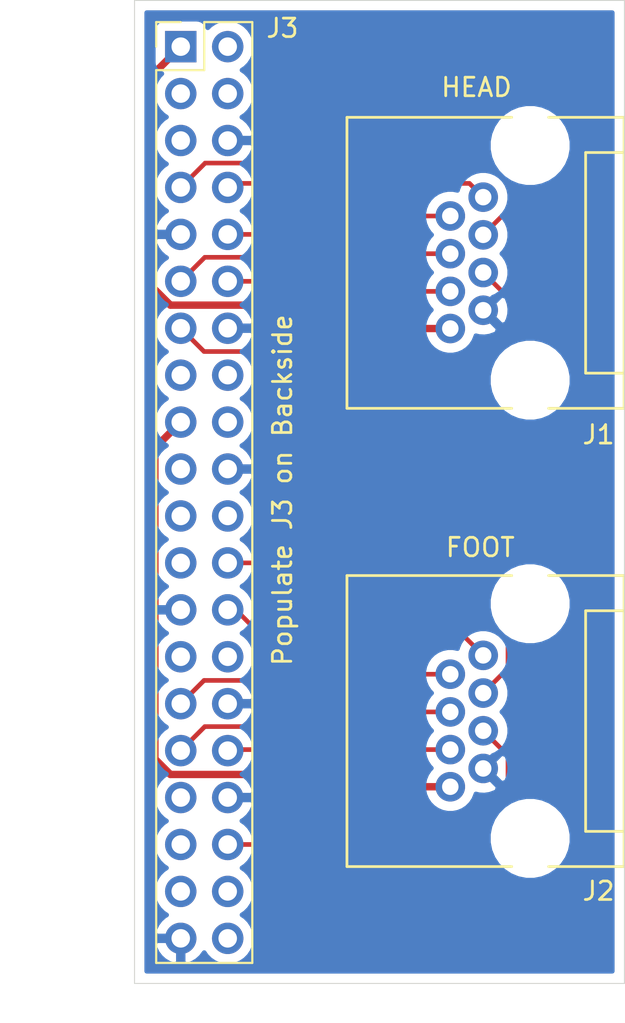
<source format=kicad_pcb>
(kicad_pcb (version 20171130) (host pcbnew "(5.1.6)-1")

  (general
    (thickness 1.6)
    (drawings 7)
    (tracks 66)
    (zones 0)
    (modules 3)
    (nets 16)
  )

  (page A4)
  (layers
    (0 F.Cu signal)
    (31 B.Cu signal)
    (32 B.Adhes user)
    (33 F.Adhes user)
    (34 B.Paste user)
    (35 F.Paste user)
    (36 B.SilkS user)
    (37 F.SilkS user)
    (38 B.Mask user)
    (39 F.Mask user)
    (40 Dwgs.User user)
    (41 Cmts.User user)
    (42 Eco1.User user)
    (43 Eco2.User user)
    (44 Edge.Cuts user)
    (45 Margin user)
    (46 B.CrtYd user)
    (47 F.CrtYd user)
    (48 B.Fab user)
    (49 F.Fab user)
  )

  (setup
    (last_trace_width 0.25)
    (user_trace_width 0.4)
    (user_trace_width 0.5)
    (user_trace_width 1)
    (trace_clearance 0.2)
    (zone_clearance 0.508)
    (zone_45_only no)
    (trace_min 0.2)
    (via_size 0.8)
    (via_drill 0.4)
    (via_min_size 0.4)
    (via_min_drill 0.3)
    (uvia_size 0.3)
    (uvia_drill 0.1)
    (uvias_allowed no)
    (uvia_min_size 0.2)
    (uvia_min_drill 0.1)
    (edge_width 0.05)
    (segment_width 0.2)
    (pcb_text_width 0.3)
    (pcb_text_size 1.5 1.5)
    (mod_edge_width 0.12)
    (mod_text_size 1 1)
    (mod_text_width 0.15)
    (pad_size 1.524 1.524)
    (pad_drill 0.762)
    (pad_to_mask_clearance 0.05)
    (aux_axis_origin 0 0)
    (visible_elements 7FFFFFFF)
    (pcbplotparams
      (layerselection 0x010fc_ffffffff)
      (usegerberextensions false)
      (usegerberattributes true)
      (usegerberadvancedattributes true)
      (creategerberjobfile true)
      (excludeedgelayer true)
      (linewidth 0.100000)
      (plotframeref false)
      (viasonmask false)
      (mode 1)
      (useauxorigin false)
      (hpglpennumber 1)
      (hpglpenspeed 20)
      (hpglpendiameter 15.000000)
      (psnegative false)
      (psa4output false)
      (plotreference true)
      (plotvalue true)
      (plotinvisibletext false)
      (padsonsilk false)
      (subtractmaskfromsilk false)
      (outputformat 1)
      (mirror false)
      (drillshape 1)
      (scaleselection 1)
      (outputdirectory ""))
  )

  (net 0 "")
  (net 1 GND)
  (net 2 /FOOT_DOWN_A)
  (net 3 /HEAD_DOWN_A)
  (net 4 /HEAD_UP_A)
  (net 5 /FOOT_UP_A)
  (net 6 /FOOT_POSITION_A)
  (net 7 /HEAD_POSITION_A)
  (net 8 /FOOT_DOWN_B)
  (net 9 /HEAD_DOWN_B)
  (net 10 /HEAD_UP_B)
  (net 11 /FOOT_UP_B)
  (net 12 /FOOT_POSITION_B)
  (net 13 /HEAD_POSITION_B)
  (net 14 "Net-(J1-Pad8)")
  (net 15 "Net-(J2-Pad8)")

  (net_class Default "This is the default net class."
    (clearance 0.2)
    (trace_width 0.25)
    (via_dia 0.8)
    (via_drill 0.4)
    (uvia_dia 0.3)
    (uvia_drill 0.1)
    (add_net /FOOT_DOWN_A)
    (add_net /FOOT_DOWN_B)
    (add_net /FOOT_POSITION_A)
    (add_net /FOOT_POSITION_B)
    (add_net /FOOT_UP_A)
    (add_net /FOOT_UP_B)
    (add_net /HEAD_DOWN_A)
    (add_net /HEAD_DOWN_B)
    (add_net /HEAD_POSITION_A)
    (add_net /HEAD_POSITION_B)
    (add_net /HEAD_UP_A)
    (add_net /HEAD_UP_B)
    (add_net GND)
    (add_net "Net-(J1-Pad8)")
    (add_net "Net-(J2-Pad8)")
  )

  (module Connector_PinHeader_2.54mm:PinHeader_2x20_P2.54mm_Vertical (layer F.Cu) (tedit 59FED5CC) (tstamp 5F761A92)
    (at 131 79.8)
    (descr "Through hole straight pin header, 2x20, 2.54mm pitch, double rows")
    (tags "Through hole pin header THT 2x20 2.54mm double row")
    (path /5F74AA18)
    (fp_text reference J3 (at 5.5 -1) (layer F.SilkS)
      (effects (font (size 1 1) (thickness 0.15)))
    )
    (fp_text value Conn_02x20_Odd_Even (at -1.2 52) (layer F.Fab)
      (effects (font (size 1 1) (thickness 0.15)))
    )
    (fp_line (start 0 -1.27) (end 3.81 -1.27) (layer F.Fab) (width 0.1))
    (fp_line (start 3.81 -1.27) (end 3.81 49.53) (layer F.Fab) (width 0.1))
    (fp_line (start 3.81 49.53) (end -1.27 49.53) (layer F.Fab) (width 0.1))
    (fp_line (start -1.27 49.53) (end -1.27 0) (layer F.Fab) (width 0.1))
    (fp_line (start -1.27 0) (end 0 -1.27) (layer F.Fab) (width 0.1))
    (fp_line (start -1.33 49.59) (end 3.87 49.59) (layer F.SilkS) (width 0.12))
    (fp_line (start -1.33 1.27) (end -1.33 49.59) (layer F.SilkS) (width 0.12))
    (fp_line (start 3.87 -1.33) (end 3.87 49.59) (layer F.SilkS) (width 0.12))
    (fp_line (start -1.33 1.27) (end 1.27 1.27) (layer F.SilkS) (width 0.12))
    (fp_line (start 1.27 1.27) (end 1.27 -1.33) (layer F.SilkS) (width 0.12))
    (fp_line (start 1.27 -1.33) (end 3.87 -1.33) (layer F.SilkS) (width 0.12))
    (fp_line (start -1.33 0) (end -1.33 -1.33) (layer F.SilkS) (width 0.12))
    (fp_line (start -1.33 -1.33) (end 0 -1.33) (layer F.SilkS) (width 0.12))
    (fp_line (start -1.8 -1.8) (end -1.8 50.05) (layer F.CrtYd) (width 0.05))
    (fp_line (start -1.8 50.05) (end 4.35 50.05) (layer F.CrtYd) (width 0.05))
    (fp_line (start 4.35 50.05) (end 4.35 -1.8) (layer F.CrtYd) (width 0.05))
    (fp_line (start 4.35 -1.8) (end -1.8 -1.8) (layer F.CrtYd) (width 0.05))
    (fp_text user %R (at 1.27 24.13 90) (layer F.Fab)
      (effects (font (size 1 1) (thickness 0.15)))
    )
    (pad 40 thru_hole oval (at 2.54 48.26) (size 1.7 1.7) (drill 1) (layers *.Cu *.Mask))
    (pad 39 thru_hole oval (at 0 48.26) (size 1.7 1.7) (drill 1) (layers *.Cu *.Mask)
      (net 1 GND))
    (pad 38 thru_hole oval (at 2.54 45.72) (size 1.7 1.7) (drill 1) (layers *.Cu *.Mask))
    (pad 37 thru_hole oval (at 0 45.72) (size 1.7 1.7) (drill 1) (layers *.Cu *.Mask))
    (pad 36 thru_hole oval (at 2.54 43.18) (size 1.7 1.7) (drill 1) (layers *.Cu *.Mask)
      (net 9 /HEAD_DOWN_B))
    (pad 35 thru_hole oval (at 0 43.18) (size 1.7 1.7) (drill 1) (layers *.Cu *.Mask))
    (pad 34 thru_hole oval (at 2.54 40.64) (size 1.7 1.7) (drill 1) (layers *.Cu *.Mask)
      (net 1 GND))
    (pad 33 thru_hole oval (at 0 40.64) (size 1.7 1.7) (drill 1) (layers *.Cu *.Mask))
    (pad 32 thru_hole oval (at 2.54 38.1) (size 1.7 1.7) (drill 1) (layers *.Cu *.Mask)
      (net 8 /FOOT_DOWN_B))
    (pad 31 thru_hole oval (at 0 38.1) (size 1.7 1.7) (drill 1) (layers *.Cu *.Mask)
      (net 10 /HEAD_UP_B))
    (pad 30 thru_hole oval (at 2.54 35.56) (size 1.7 1.7) (drill 1) (layers *.Cu *.Mask)
      (net 1 GND))
    (pad 29 thru_hole oval (at 0 35.56) (size 1.7 1.7) (drill 1) (layers *.Cu *.Mask)
      (net 12 /FOOT_POSITION_B))
    (pad 28 thru_hole oval (at 2.54 33.02) (size 1.7 1.7) (drill 1) (layers *.Cu *.Mask))
    (pad 27 thru_hole oval (at 0 33.02) (size 1.7 1.7) (drill 1) (layers *.Cu *.Mask))
    (pad 26 thru_hole oval (at 2.54 30.48) (size 1.7 1.7) (drill 1) (layers *.Cu *.Mask)
      (net 13 /HEAD_POSITION_B))
    (pad 25 thru_hole oval (at 0 30.48) (size 1.7 1.7) (drill 1) (layers *.Cu *.Mask)
      (net 1 GND))
    (pad 24 thru_hole oval (at 2.54 27.94) (size 1.7 1.7) (drill 1) (layers *.Cu *.Mask)
      (net 11 /FOOT_UP_B))
    (pad 23 thru_hole oval (at 0 27.94) (size 1.7 1.7) (drill 1) (layers *.Cu *.Mask))
    (pad 22 thru_hole oval (at 2.54 25.4) (size 1.7 1.7) (drill 1) (layers *.Cu *.Mask))
    (pad 21 thru_hole oval (at 0 25.4) (size 1.7 1.7) (drill 1) (layers *.Cu *.Mask))
    (pad 20 thru_hole oval (at 2.54 22.86) (size 1.7 1.7) (drill 1) (layers *.Cu *.Mask)
      (net 1 GND))
    (pad 19 thru_hole oval (at 0 22.86) (size 1.7 1.7) (drill 1) (layers *.Cu *.Mask))
    (pad 18 thru_hole oval (at 2.54 20.32) (size 1.7 1.7) (drill 1) (layers *.Cu *.Mask))
    (pad 17 thru_hole oval (at 0 20.32) (size 1.7 1.7) (drill 1) (layers *.Cu *.Mask)
      (net 15 "Net-(J2-Pad8)"))
    (pad 16 thru_hole oval (at 2.54 17.78) (size 1.7 1.7) (drill 1) (layers *.Cu *.Mask))
    (pad 15 thru_hole oval (at 0 17.78) (size 1.7 1.7) (drill 1) (layers *.Cu *.Mask))
    (pad 14 thru_hole oval (at 2.54 15.24) (size 1.7 1.7) (drill 1) (layers *.Cu *.Mask)
      (net 1 GND))
    (pad 13 thru_hole oval (at 0 15.24) (size 1.7 1.7) (drill 1) (layers *.Cu *.Mask)
      (net 3 /HEAD_DOWN_A))
    (pad 12 thru_hole oval (at 2.54 12.7) (size 1.7 1.7) (drill 1) (layers *.Cu *.Mask)
      (net 2 /FOOT_DOWN_A))
    (pad 11 thru_hole oval (at 0 12.7) (size 1.7 1.7) (drill 1) (layers *.Cu *.Mask)
      (net 4 /HEAD_UP_A))
    (pad 10 thru_hole oval (at 2.54 10.16) (size 1.7 1.7) (drill 1) (layers *.Cu *.Mask)
      (net 6 /FOOT_POSITION_A))
    (pad 9 thru_hole oval (at 0 10.16) (size 1.7 1.7) (drill 1) (layers *.Cu *.Mask)
      (net 1 GND))
    (pad 8 thru_hole oval (at 2.54 7.62) (size 1.7 1.7) (drill 1) (layers *.Cu *.Mask)
      (net 7 /HEAD_POSITION_A))
    (pad 7 thru_hole oval (at 0 7.62) (size 1.7 1.7) (drill 1) (layers *.Cu *.Mask)
      (net 5 /FOOT_UP_A))
    (pad 6 thru_hole oval (at 2.54 5.08) (size 1.7 1.7) (drill 1) (layers *.Cu *.Mask)
      (net 1 GND))
    (pad 5 thru_hole oval (at 0 5.08) (size 1.7 1.7) (drill 1) (layers *.Cu *.Mask))
    (pad 4 thru_hole oval (at 2.54 2.54) (size 1.7 1.7) (drill 1) (layers *.Cu *.Mask))
    (pad 3 thru_hole oval (at 0 2.54) (size 1.7 1.7) (drill 1) (layers *.Cu *.Mask))
    (pad 2 thru_hole oval (at 2.54 0) (size 1.7 1.7) (drill 1) (layers *.Cu *.Mask))
    (pad 1 thru_hole rect (at 0 0) (size 1.7 1.7) (drill 1) (layers *.Cu *.Mask)
      (net 14 "Net-(J1-Pad8)"))
    (model ${KISYS3DMOD}/Connector_PinHeader_2.54mm.3dshapes/PinHeader_2x20_P2.54mm_Vertical.wrl
      (at (xyz 0 0 0))
      (scale (xyz 1 1 1))
      (rotate (xyz 0 0 0))
    )
  )

  (module local_footprints:RJ45_Amphenol_RJHSE5080 (layer F.Cu) (tedit 5F30B693) (tstamp 5F770E32)
    (at 149.9 116.3 90)
    (path /5F7547C4)
    (fp_text reference J2 (at -9.2 3.7 180) (layer F.SilkS)
      (effects (font (size 1 1) (thickness 0.15)))
    )
    (fp_text value RJ45 (at 0 -11 90) (layer F.Fab)
      (effects (font (size 1 1) (thickness 0.15)))
    )
    (fp_line (start 7.875 5.08) (end 7.875 1) (layer F.SilkS) (width 0.15))
    (fp_line (start -7.875 5.08) (end -7.875 1) (layer F.SilkS) (width 0.15))
    (fp_line (start -7.875 -9.91) (end 7.875 -9.91) (layer F.SilkS) (width 0.15))
    (fp_line (start 7.875 -9.91) (end 7.875 -1) (layer F.SilkS) (width 0.15))
    (fp_line (start 7.875 5.08) (end -7.875 5.08) (layer F.SilkS) (width 0.15))
    (fp_line (start -7.875 -1) (end -7.875 -9.91) (layer F.SilkS) (width 0.15))
    (fp_line (start 5.97 5) (end 5.97 3) (layer F.SilkS) (width 0.15))
    (fp_line (start -5.97 3) (end -5.97 5) (layer F.SilkS) (width 0.15))
    (fp_line (start -5.97 3) (end 5.97 3) (layer F.SilkS) (width 0.15))
    (pad "" np_thru_hole circle (at -6.35 0 90) (size 3.25 3.25) (drill 3.25) (layers *.Cu *.Mask))
    (pad "" np_thru_hole circle (at 6.35 0 90) (size 3.25 3.25) (drill 3.25) (layers *.Cu *.Mask))
    (pad 8 thru_hole circle (at -3.555 -4.32 90) (size 1.6 1.6) (drill 0.89) (layers *.Cu *.Mask)
      (net 15 "Net-(J2-Pad8)"))
    (pad 7 thru_hole circle (at -2.565 -2.54 90) (size 1.6 1.6) (drill 0.89) (layers *.Cu *.Mask)
      (net 1 GND))
    (pad 6 thru_hole circle (at -1.545 -4.32 90) (size 1.6 1.6) (drill 0.89) (layers *.Cu *.Mask)
      (net 8 /FOOT_DOWN_B))
    (pad 5 thru_hole circle (at -0.525 -2.54 90) (size 1.6 1.6) (drill 0.89) (layers *.Cu *.Mask)
      (net 9 /HEAD_DOWN_B))
    (pad 4 thru_hole circle (at 0.495 -4.32 90) (size 1.6 1.6) (drill 0.89) (layers *.Cu *.Mask)
      (net 10 /HEAD_UP_B))
    (pad 3 thru_hole circle (at 1.515 -2.54 90) (size 1.6 1.6) (drill 0.89) (layers *.Cu *.Mask)
      (net 11 /FOOT_UP_B))
    (pad 2 thru_hole circle (at 2.535 -4.32 90) (size 1.6 1.6) (drill 0.89) (layers *.Cu *.Mask)
      (net 12 /FOOT_POSITION_B))
    (pad 1 thru_hole circle (at 3.555 -2.54 90) (size 1.6 1.6) (drill 0.89) (layers *.Cu *.Mask)
      (net 13 /HEAD_POSITION_B))
  )

  (module local_footprints:RJ45_Amphenol_RJHSE5080 (layer F.Cu) (tedit 5F30B693) (tstamp 5F770C22)
    (at 149.9 91.5 90)
    (path /5F746BB4)
    (fp_text reference J1 (at -9.3 3.7 180) (layer F.SilkS)
      (effects (font (size 1 1) (thickness 0.15)))
    )
    (fp_text value RJ45 (at 0 -11 90) (layer F.Fab)
      (effects (font (size 1 1) (thickness 0.15)))
    )
    (fp_line (start 7.875 5.08) (end 7.875 1) (layer F.SilkS) (width 0.15))
    (fp_line (start -7.875 5.08) (end -7.875 1) (layer F.SilkS) (width 0.15))
    (fp_line (start -7.875 -9.91) (end 7.875 -9.91) (layer F.SilkS) (width 0.15))
    (fp_line (start 7.875 -9.91) (end 7.875 -1) (layer F.SilkS) (width 0.15))
    (fp_line (start 7.875 5.08) (end -7.875 5.08) (layer F.SilkS) (width 0.15))
    (fp_line (start -7.875 -1) (end -7.875 -9.91) (layer F.SilkS) (width 0.15))
    (fp_line (start 5.97 5) (end 5.97 3) (layer F.SilkS) (width 0.15))
    (fp_line (start -5.97 3) (end -5.97 5) (layer F.SilkS) (width 0.15))
    (fp_line (start -5.97 3) (end 5.97 3) (layer F.SilkS) (width 0.15))
    (pad "" np_thru_hole circle (at -6.35 0 90) (size 3.25 3.25) (drill 3.25) (layers *.Cu *.Mask))
    (pad "" np_thru_hole circle (at 6.35 0 90) (size 3.25 3.25) (drill 3.25) (layers *.Cu *.Mask))
    (pad 8 thru_hole circle (at -3.555 -4.32 90) (size 1.6 1.6) (drill 0.89) (layers *.Cu *.Mask)
      (net 14 "Net-(J1-Pad8)"))
    (pad 7 thru_hole circle (at -2.565 -2.54 90) (size 1.6 1.6) (drill 0.89) (layers *.Cu *.Mask)
      (net 1 GND))
    (pad 6 thru_hole circle (at -1.545 -4.32 90) (size 1.6 1.6) (drill 0.89) (layers *.Cu *.Mask)
      (net 2 /FOOT_DOWN_A))
    (pad 5 thru_hole circle (at -0.525 -2.54 90) (size 1.6 1.6) (drill 0.89) (layers *.Cu *.Mask)
      (net 3 /HEAD_DOWN_A))
    (pad 4 thru_hole circle (at 0.495 -4.32 90) (size 1.6 1.6) (drill 0.89) (layers *.Cu *.Mask)
      (net 4 /HEAD_UP_A))
    (pad 3 thru_hole circle (at 1.515 -2.54 90) (size 1.6 1.6) (drill 0.89) (layers *.Cu *.Mask)
      (net 5 /FOOT_UP_A))
    (pad 2 thru_hole circle (at 2.535 -4.32 90) (size 1.6 1.6) (drill 0.89) (layers *.Cu *.Mask)
      (net 6 /FOOT_POSITION_A))
    (pad 1 thru_hole circle (at 3.555 -2.54 90) (size 1.6 1.6) (drill 0.89) (layers *.Cu *.Mask)
      (net 7 /HEAD_POSITION_A))
  )

  (gr_text "Populate J3 on Backside" (at 136.5 103.8 90) (layer F.SilkS)
    (effects (font (size 1 1) (thickness 0.15)))
  )
  (gr_text FOOT (at 147.2 106.9) (layer F.SilkS)
    (effects (font (size 1 1) (thickness 0.15)))
  )
  (gr_text HEAD (at 147 82) (layer F.SilkS)
    (effects (font (size 1 1) (thickness 0.15)))
  )
  (gr_line (start 128.5 130.5) (end 128.5 77.3) (layer Edge.Cuts) (width 0.05) (tstamp 5F770BF3))
  (gr_line (start 155 130.5) (end 128.5 130.5) (layer Edge.Cuts) (width 0.05))
  (gr_line (start 155 77.3) (end 155 130.5) (layer Edge.Cuts) (width 0.05))
  (gr_line (start 128.5 77.3) (end 155 77.3) (layer Edge.Cuts) (width 0.05))

  (segment (start 131 79.8) (end 130.7 79.8) (width 0.5) (layer F.Cu) (net 14) (status 30))
  (segment (start 136.605 95.055) (end 145.58 95.055) (width 0.4) (layer F.Cu) (net 14) (status 20))
  (segment (start 129.5 81.3) (end 129.5 92.850002) (width 0.4) (layer F.Cu) (net 14))
  (segment (start 135.339999 93.789999) (end 136.605 95.055) (width 0.4) (layer F.Cu) (net 14))
  (segment (start 131 79.8) (end 129.5 81.3) (width 0.4) (layer F.Cu) (net 14) (status 10))
  (segment (start 129.5 92.850002) (end 130.439997 93.789999) (width 0.4) (layer F.Cu) (net 14))
  (segment (start 130.439997 93.789999) (end 135.339999 93.789999) (width 0.4) (layer F.Cu) (net 14))
  (segment (start 135.955 119.855) (end 145.58 119.855) (width 0.4) (layer F.Cu) (net 15) (status 20))
  (segment (start 129.6 101.52) (end 129.6 118.350002) (width 0.4) (layer F.Cu) (net 15))
  (segment (start 131 100.12) (end 129.6 101.52) (width 0.4) (layer F.Cu) (net 15) (status 10))
  (segment (start 130.439997 119.189999) (end 135.289999 119.189999) (width 0.4) (layer F.Cu) (net 15))
  (segment (start 129.6 118.350002) (end 130.439997 119.189999) (width 0.4) (layer F.Cu) (net 15))
  (segment (start 135.289999 119.189999) (end 135.955 119.855) (width 0.4) (layer F.Cu) (net 15))
  (segment (start 135.895 93.045) (end 145.58 93.045) (width 0.25) (layer F.Cu) (net 2))
  (segment (start 133.54 92.5) (end 135.35 92.5) (width 0.25) (layer F.Cu) (net 2))
  (segment (start 135.35 92.5) (end 135.895 93.045) (width 0.25) (layer F.Cu) (net 2))
  (segment (start 148.8 93.465) (end 147.36 92.025) (width 0.25) (layer F.Cu) (net 3))
  (segment (start 148.8 94.8) (end 148.8 93.465) (width 0.25) (layer F.Cu) (net 3))
  (segment (start 132.26 96.3) (end 135.4 96.3) (width 0.25) (layer F.Cu) (net 3))
  (segment (start 135.4 96.3) (end 136.2 97.1) (width 0.25) (layer F.Cu) (net 3))
  (segment (start 136.2 97.1) (end 146.5 97.1) (width 0.25) (layer F.Cu) (net 3))
  (segment (start 131 95.04) (end 132.26 96.3) (width 0.25) (layer F.Cu) (net 3))
  (segment (start 146.5 97.1) (end 148.8 94.8) (width 0.25) (layer F.Cu) (net 3))
  (segment (start 135.595 91.005) (end 145.58 91.005) (width 0.25) (layer F.Cu) (net 4))
  (segment (start 131 92.5) (end 132.3 91.2) (width 0.25) (layer F.Cu) (net 4))
  (segment (start 135.4 91.2) (end 135.595 91.005) (width 0.25) (layer F.Cu) (net 4))
  (segment (start 132.3 91.2) (end 135.4 91.2) (width 0.25) (layer F.Cu) (net 4))
  (segment (start 148.8 88.545) (end 147.36 89.985) (width 0.25) (layer F.Cu) (net 5) (status 20))
  (segment (start 131 87.42) (end 132.32 86.1) (width 0.25) (layer F.Cu) (net 5) (status 10))
  (segment (start 135.35 86.1) (end 135.95 85.5) (width 0.25) (layer F.Cu) (net 5))
  (segment (start 135.95 85.5) (end 147 85.5) (width 0.25) (layer F.Cu) (net 5))
  (segment (start 148.8 87.3) (end 148.8 88.545) (width 0.25) (layer F.Cu) (net 5))
  (segment (start 132.32 86.1) (end 135.35 86.1) (width 0.25) (layer F.Cu) (net 5))
  (segment (start 147 85.5) (end 148.8 87.3) (width 0.25) (layer F.Cu) (net 5))
  (segment (start 133.54 89.96) (end 135.34 89.96) (width 0.25) (layer F.Cu) (net 6) (status 10))
  (segment (start 136.335 88.965) (end 145.58 88.965) (width 0.25) (layer F.Cu) (net 6) (status 20))
  (segment (start 135.34 89.96) (end 136.335 88.965) (width 0.25) (layer F.Cu) (net 6))
  (segment (start 133.76 87.2) (end 133.54 87.42) (width 0.25) (layer F.Cu) (net 7) (status 30))
  (segment (start 147.36 87.945) (end 146.615 87.2) (width 0.25) (layer F.Cu) (net 7) (status 10))
  (segment (start 146.615 87.2) (end 133.76 87.2) (width 0.25) (layer F.Cu) (net 7) (status 20))
  (segment (start 133.595 117.845) (end 133.54 117.9) (width 0.25) (layer F.Cu) (net 8) (status 30))
  (segment (start 145.58 117.845) (end 133.595 117.845) (width 0.25) (layer F.Cu) (net 8) (status 30))
  (segment (start 135.37 122.98) (end 133.54 122.98) (width 0.25) (layer F.Cu) (net 9))
  (segment (start 148.7 118.165) (end 148.7 119.6) (width 0.25) (layer F.Cu) (net 9))
  (segment (start 147.36 116.825) (end 148.7 118.165) (width 0.25) (layer F.Cu) (net 9))
  (segment (start 148.7 119.6) (end 146.6 121.7) (width 0.25) (layer F.Cu) (net 9))
  (segment (start 146.6 121.7) (end 136.65 121.7) (width 0.25) (layer F.Cu) (net 9))
  (segment (start 136.65 121.7) (end 135.37 122.98) (width 0.25) (layer F.Cu) (net 9))
  (segment (start 135.5 116.6) (end 132.3 116.6) (width 0.25) (layer F.Cu) (net 10))
  (segment (start 132.3 116.6) (end 131 117.9) (width 0.25) (layer F.Cu) (net 10) (status 20))
  (segment (start 145.58 115.805) (end 136.295 115.805) (width 0.25) (layer F.Cu) (net 10) (status 10))
  (segment (start 136.295 115.805) (end 135.5 116.6) (width 0.25) (layer F.Cu) (net 10))
  (segment (start 135.34 107.74) (end 133.54 107.74) (width 0.25) (layer F.Cu) (net 11) (status 20))
  (segment (start 148.7 113.445) (end 148.7 112) (width 0.25) (layer F.Cu) (net 11))
  (segment (start 137.4 109.8) (end 135.34 107.74) (width 0.25) (layer F.Cu) (net 11))
  (segment (start 148.7 112) (end 146.5 109.8) (width 0.25) (layer F.Cu) (net 11))
  (segment (start 147.36 114.785) (end 148.7 113.445) (width 0.25) (layer F.Cu) (net 11) (status 10))
  (segment (start 146.5 109.8) (end 137.4 109.8) (width 0.25) (layer F.Cu) (net 11))
  (segment (start 132.26 114.1) (end 131 115.36) (width 0.25) (layer F.Cu) (net 12) (status 20))
  (segment (start 145.58 113.765) (end 135.735 113.765) (width 0.25) (layer F.Cu) (net 12) (status 10))
  (segment (start 135.4 114.1) (end 132.26 114.1) (width 0.25) (layer F.Cu) (net 12))
  (segment (start 135.735 113.765) (end 135.4 114.1) (width 0.25) (layer F.Cu) (net 12))
  (segment (start 135.4 111.7) (end 133.98 110.28) (width 0.25) (layer F.Cu) (net 13))
  (segment (start 147.36 112.745) (end 146.315 111.7) (width 0.25) (layer F.Cu) (net 13))
  (segment (start 133.98 110.28) (end 133.54 110.28) (width 0.25) (layer F.Cu) (net 13))
  (segment (start 146.315 111.7) (end 135.4 111.7) (width 0.25) (layer F.Cu) (net 13))

  (zone (net 1) (net_name GND) (layer B.Cu) (tstamp 0) (hatch edge 0.508)
    (connect_pads (clearance 0.508))
    (min_thickness 0.254)
    (fill yes (arc_segments 32) (thermal_gap 0.508) (thermal_bridge_width 0.508))
    (polygon
      (pts
        (xy 155 130.5) (xy 128.5 130.5) (xy 128.5 77.3) (xy 155 77.3)
      )
    )
    (filled_polygon
      (pts
        (xy 154.340001 129.84) (xy 129.16 129.84) (xy 129.16 128.41689) (xy 129.558524 128.41689) (xy 129.603175 128.564099)
        (xy 129.728359 128.82692) (xy 129.902412 129.060269) (xy 130.118645 129.255178) (xy 130.368748 129.404157) (xy 130.643109 129.501481)
        (xy 130.873 129.380814) (xy 130.873 128.187) (xy 129.679845 128.187) (xy 129.558524 128.41689) (xy 129.16 128.41689)
        (xy 129.16 78.95) (xy 129.511928 78.95) (xy 129.511928 80.65) (xy 129.524188 80.774482) (xy 129.560498 80.89418)
        (xy 129.619463 81.004494) (xy 129.698815 81.101185) (xy 129.795506 81.180537) (xy 129.90582 81.239502) (xy 129.97838 81.261513)
        (xy 129.846525 81.393368) (xy 129.68401 81.636589) (xy 129.572068 81.906842) (xy 129.515 82.19374) (xy 129.515 82.48626)
        (xy 129.572068 82.773158) (xy 129.68401 83.043411) (xy 129.846525 83.286632) (xy 130.053368 83.493475) (xy 130.22776 83.61)
        (xy 130.053368 83.726525) (xy 129.846525 83.933368) (xy 129.68401 84.176589) (xy 129.572068 84.446842) (xy 129.515 84.73374)
        (xy 129.515 85.02626) (xy 129.572068 85.313158) (xy 129.68401 85.583411) (xy 129.846525 85.826632) (xy 130.053368 86.033475)
        (xy 130.22776 86.15) (xy 130.053368 86.266525) (xy 129.846525 86.473368) (xy 129.68401 86.716589) (xy 129.572068 86.986842)
        (xy 129.515 87.27374) (xy 129.515 87.56626) (xy 129.572068 87.853158) (xy 129.68401 88.123411) (xy 129.846525 88.366632)
        (xy 130.053368 88.573475) (xy 130.235534 88.695195) (xy 130.118645 88.764822) (xy 129.902412 88.959731) (xy 129.728359 89.19308)
        (xy 129.603175 89.455901) (xy 129.558524 89.60311) (xy 129.679845 89.833) (xy 130.873 89.833) (xy 130.873 89.813)
        (xy 131.127 89.813) (xy 131.127 89.833) (xy 131.147 89.833) (xy 131.147 90.087) (xy 131.127 90.087)
        (xy 131.127 90.107) (xy 130.873 90.107) (xy 130.873 90.087) (xy 129.679845 90.087) (xy 129.558524 90.31689)
        (xy 129.603175 90.464099) (xy 129.728359 90.72692) (xy 129.902412 90.960269) (xy 130.118645 91.155178) (xy 130.235534 91.224805)
        (xy 130.053368 91.346525) (xy 129.846525 91.553368) (xy 129.68401 91.796589) (xy 129.572068 92.066842) (xy 129.515 92.35374)
        (xy 129.515 92.64626) (xy 129.572068 92.933158) (xy 129.68401 93.203411) (xy 129.846525 93.446632) (xy 130.053368 93.653475)
        (xy 130.22776 93.77) (xy 130.053368 93.886525) (xy 129.846525 94.093368) (xy 129.68401 94.336589) (xy 129.572068 94.606842)
        (xy 129.515 94.89374) (xy 129.515 95.18626) (xy 129.572068 95.473158) (xy 129.68401 95.743411) (xy 129.846525 95.986632)
        (xy 130.053368 96.193475) (xy 130.22776 96.31) (xy 130.053368 96.426525) (xy 129.846525 96.633368) (xy 129.68401 96.876589)
        (xy 129.572068 97.146842) (xy 129.515 97.43374) (xy 129.515 97.72626) (xy 129.572068 98.013158) (xy 129.68401 98.283411)
        (xy 129.846525 98.526632) (xy 130.053368 98.733475) (xy 130.22776 98.85) (xy 130.053368 98.966525) (xy 129.846525 99.173368)
        (xy 129.68401 99.416589) (xy 129.572068 99.686842) (xy 129.515 99.97374) (xy 129.515 100.26626) (xy 129.572068 100.553158)
        (xy 129.68401 100.823411) (xy 129.846525 101.066632) (xy 130.053368 101.273475) (xy 130.22776 101.39) (xy 130.053368 101.506525)
        (xy 129.846525 101.713368) (xy 129.68401 101.956589) (xy 129.572068 102.226842) (xy 129.515 102.51374) (xy 129.515 102.80626)
        (xy 129.572068 103.093158) (xy 129.68401 103.363411) (xy 129.846525 103.606632) (xy 130.053368 103.813475) (xy 130.22776 103.93)
        (xy 130.053368 104.046525) (xy 129.846525 104.253368) (xy 129.68401 104.496589) (xy 129.572068 104.766842) (xy 129.515 105.05374)
        (xy 129.515 105.34626) (xy 129.572068 105.633158) (xy 129.68401 105.903411) (xy 129.846525 106.146632) (xy 130.053368 106.353475)
        (xy 130.22776 106.47) (xy 130.053368 106.586525) (xy 129.846525 106.793368) (xy 129.68401 107.036589) (xy 129.572068 107.306842)
        (xy 129.515 107.59374) (xy 129.515 107.88626) (xy 129.572068 108.173158) (xy 129.68401 108.443411) (xy 129.846525 108.686632)
        (xy 130.053368 108.893475) (xy 130.235534 109.015195) (xy 130.118645 109.084822) (xy 129.902412 109.279731) (xy 129.728359 109.51308)
        (xy 129.603175 109.775901) (xy 129.558524 109.92311) (xy 129.679845 110.153) (xy 130.873 110.153) (xy 130.873 110.133)
        (xy 131.127 110.133) (xy 131.127 110.153) (xy 131.147 110.153) (xy 131.147 110.407) (xy 131.127 110.407)
        (xy 131.127 110.427) (xy 130.873 110.427) (xy 130.873 110.407) (xy 129.679845 110.407) (xy 129.558524 110.63689)
        (xy 129.603175 110.784099) (xy 129.728359 111.04692) (xy 129.902412 111.280269) (xy 130.118645 111.475178) (xy 130.235534 111.544805)
        (xy 130.053368 111.666525) (xy 129.846525 111.873368) (xy 129.68401 112.116589) (xy 129.572068 112.386842) (xy 129.515 112.67374)
        (xy 129.515 112.96626) (xy 129.572068 113.253158) (xy 129.68401 113.523411) (xy 129.846525 113.766632) (xy 130.053368 113.973475)
        (xy 130.22776 114.09) (xy 130.053368 114.206525) (xy 129.846525 114.413368) (xy 129.68401 114.656589) (xy 129.572068 114.926842)
        (xy 129.515 115.21374) (xy 129.515 115.50626) (xy 129.572068 115.793158) (xy 129.68401 116.063411) (xy 129.846525 116.306632)
        (xy 130.053368 116.513475) (xy 130.22776 116.63) (xy 130.053368 116.746525) (xy 129.846525 116.953368) (xy 129.68401 117.196589)
        (xy 129.572068 117.466842) (xy 129.515 117.75374) (xy 129.515 118.04626) (xy 129.572068 118.333158) (xy 129.68401 118.603411)
        (xy 129.846525 118.846632) (xy 130.053368 119.053475) (xy 130.22776 119.17) (xy 130.053368 119.286525) (xy 129.846525 119.493368)
        (xy 129.68401 119.736589) (xy 129.572068 120.006842) (xy 129.515 120.29374) (xy 129.515 120.58626) (xy 129.572068 120.873158)
        (xy 129.68401 121.143411) (xy 129.846525 121.386632) (xy 130.053368 121.593475) (xy 130.22776 121.71) (xy 130.053368 121.826525)
        (xy 129.846525 122.033368) (xy 129.68401 122.276589) (xy 129.572068 122.546842) (xy 129.515 122.83374) (xy 129.515 123.12626)
        (xy 129.572068 123.413158) (xy 129.68401 123.683411) (xy 129.846525 123.926632) (xy 130.053368 124.133475) (xy 130.22776 124.25)
        (xy 130.053368 124.366525) (xy 129.846525 124.573368) (xy 129.68401 124.816589) (xy 129.572068 125.086842) (xy 129.515 125.37374)
        (xy 129.515 125.66626) (xy 129.572068 125.953158) (xy 129.68401 126.223411) (xy 129.846525 126.466632) (xy 130.053368 126.673475)
        (xy 130.235534 126.795195) (xy 130.118645 126.864822) (xy 129.902412 127.059731) (xy 129.728359 127.29308) (xy 129.603175 127.555901)
        (xy 129.558524 127.70311) (xy 129.679845 127.933) (xy 130.873 127.933) (xy 130.873 127.913) (xy 131.127 127.913)
        (xy 131.127 127.933) (xy 131.147 127.933) (xy 131.147 128.187) (xy 131.127 128.187) (xy 131.127 129.380814)
        (xy 131.356891 129.501481) (xy 131.631252 129.404157) (xy 131.881355 129.255178) (xy 132.097588 129.060269) (xy 132.2689 128.830594)
        (xy 132.386525 129.006632) (xy 132.593368 129.213475) (xy 132.836589 129.37599) (xy 133.106842 129.487932) (xy 133.39374 129.545)
        (xy 133.68626 129.545) (xy 133.973158 129.487932) (xy 134.243411 129.37599) (xy 134.486632 129.213475) (xy 134.693475 129.006632)
        (xy 134.85599 128.763411) (xy 134.967932 128.493158) (xy 135.025 128.20626) (xy 135.025 127.91374) (xy 134.967932 127.626842)
        (xy 134.85599 127.356589) (xy 134.693475 127.113368) (xy 134.486632 126.906525) (xy 134.31224 126.79) (xy 134.486632 126.673475)
        (xy 134.693475 126.466632) (xy 134.85599 126.223411) (xy 134.967932 125.953158) (xy 135.025 125.66626) (xy 135.025 125.37374)
        (xy 134.967932 125.086842) (xy 134.85599 124.816589) (xy 134.693475 124.573368) (xy 134.486632 124.366525) (xy 134.31224 124.25)
        (xy 134.486632 124.133475) (xy 134.693475 123.926632) (xy 134.85599 123.683411) (xy 134.967932 123.413158) (xy 135.025 123.12626)
        (xy 135.025 122.83374) (xy 134.967932 122.546842) (xy 134.918462 122.427409) (xy 147.64 122.427409) (xy 147.64 122.872591)
        (xy 147.726851 123.309218) (xy 147.897214 123.720511) (xy 148.144544 124.090666) (xy 148.459334 124.405456) (xy 148.829489 124.652786)
        (xy 149.240782 124.823149) (xy 149.677409 124.91) (xy 150.122591 124.91) (xy 150.559218 124.823149) (xy 150.970511 124.652786)
        (xy 151.340666 124.405456) (xy 151.655456 124.090666) (xy 151.902786 123.720511) (xy 152.073149 123.309218) (xy 152.16 122.872591)
        (xy 152.16 122.427409) (xy 152.073149 121.990782) (xy 151.902786 121.579489) (xy 151.655456 121.209334) (xy 151.340666 120.894544)
        (xy 150.970511 120.647214) (xy 150.559218 120.476851) (xy 150.122591 120.39) (xy 149.677409 120.39) (xy 149.240782 120.476851)
        (xy 148.829489 120.647214) (xy 148.459334 120.894544) (xy 148.144544 121.209334) (xy 147.897214 121.579489) (xy 147.726851 121.990782)
        (xy 147.64 122.427409) (xy 134.918462 122.427409) (xy 134.85599 122.276589) (xy 134.693475 122.033368) (xy 134.486632 121.826525)
        (xy 134.304466 121.704805) (xy 134.421355 121.635178) (xy 134.637588 121.440269) (xy 134.811641 121.20692) (xy 134.936825 120.944099)
        (xy 134.981476 120.79689) (xy 134.860155 120.567) (xy 133.667 120.567) (xy 133.667 120.587) (xy 133.413 120.587)
        (xy 133.413 120.567) (xy 133.393 120.567) (xy 133.393 120.313) (xy 133.413 120.313) (xy 133.413 120.293)
        (xy 133.667 120.293) (xy 133.667 120.313) (xy 134.860155 120.313) (xy 134.981476 120.08311) (xy 134.936825 119.935901)
        (xy 134.811641 119.67308) (xy 134.637588 119.439731) (xy 134.421355 119.244822) (xy 134.304466 119.175195) (xy 134.486632 119.053475)
        (xy 134.693475 118.846632) (xy 134.85599 118.603411) (xy 134.967932 118.333158) (xy 135.025 118.04626) (xy 135.025 117.75374)
        (xy 134.967932 117.466842) (xy 134.85599 117.196589) (xy 134.693475 116.953368) (xy 134.486632 116.746525) (xy 134.304466 116.624805)
        (xy 134.421355 116.555178) (xy 134.637588 116.360269) (xy 134.811641 116.12692) (xy 134.936825 115.864099) (xy 134.981476 115.71689)
        (xy 134.860155 115.487) (xy 133.667 115.487) (xy 133.667 115.507) (xy 133.413 115.507) (xy 133.413 115.487)
        (xy 133.393 115.487) (xy 133.393 115.233) (xy 133.413 115.233) (xy 133.413 115.213) (xy 133.667 115.213)
        (xy 133.667 115.233) (xy 134.860155 115.233) (xy 134.981476 115.00311) (xy 134.936825 114.855901) (xy 134.811641 114.59308)
        (xy 134.637588 114.359731) (xy 134.421355 114.164822) (xy 134.304466 114.095195) (xy 134.486632 113.973475) (xy 134.693475 113.766632)
        (xy 134.789002 113.623665) (xy 144.145 113.623665) (xy 144.145 113.906335) (xy 144.200147 114.183574) (xy 144.30832 114.444727)
        (xy 144.465363 114.679759) (xy 144.570604 114.785) (xy 144.465363 114.890241) (xy 144.30832 115.125273) (xy 144.200147 115.386426)
        (xy 144.145 115.663665) (xy 144.145 115.946335) (xy 144.200147 116.223574) (xy 144.30832 116.484727) (xy 144.465363 116.719759)
        (xy 144.570604 116.825) (xy 144.465363 116.930241) (xy 144.30832 117.165273) (xy 144.200147 117.426426) (xy 144.145 117.703665)
        (xy 144.145 117.986335) (xy 144.200147 118.263574) (xy 144.30832 118.524727) (xy 144.465363 118.759759) (xy 144.555604 118.85)
        (xy 144.465363 118.940241) (xy 144.30832 119.175273) (xy 144.200147 119.436426) (xy 144.145 119.713665) (xy 144.145 119.996335)
        (xy 144.200147 120.273574) (xy 144.30832 120.534727) (xy 144.465363 120.769759) (xy 144.665241 120.969637) (xy 144.900273 121.12668)
        (xy 145.161426 121.234853) (xy 145.438665 121.29) (xy 145.721335 121.29) (xy 145.998574 121.234853) (xy 146.259727 121.12668)
        (xy 146.494759 120.969637) (xy 146.694637 120.769759) (xy 146.85168 120.534727) (xy 146.959853 120.273574) (xy 146.965439 120.245492)
        (xy 147.148184 120.2913) (xy 147.430512 120.305217) (xy 147.71013 120.263787) (xy 147.976292 120.168603) (xy 148.101514 120.101671)
        (xy 148.173097 119.857702) (xy 147.36 119.044605) (xy 147.345858 119.058748) (xy 147.166253 118.879143) (xy 147.180395 118.865)
        (xy 147.539605 118.865) (xy 148.352702 119.678097) (xy 148.596671 119.606514) (xy 148.717571 119.351004) (xy 148.7863 119.076816)
        (xy 148.800217 118.794488) (xy 148.758787 118.51487) (xy 148.663603 118.248708) (xy 148.596671 118.123486) (xy 148.352702 118.051903)
        (xy 147.539605 118.865) (xy 147.180395 118.865) (xy 147.166253 118.850858) (xy 147.345858 118.671253) (xy 147.36 118.685395)
        (xy 147.88436 118.161035) (xy 148.039727 118.09668) (xy 148.274759 117.939637) (xy 148.474637 117.739759) (xy 148.63168 117.504727)
        (xy 148.739853 117.243574) (xy 148.795 116.966335) (xy 148.795 116.683665) (xy 148.739853 116.406426) (xy 148.63168 116.145273)
        (xy 148.474637 115.910241) (xy 148.369396 115.805) (xy 148.474637 115.699759) (xy 148.63168 115.464727) (xy 148.739853 115.203574)
        (xy 148.795 114.926335) (xy 148.795 114.643665) (xy 148.739853 114.366426) (xy 148.63168 114.105273) (xy 148.474637 113.870241)
        (xy 148.369396 113.765) (xy 148.474637 113.659759) (xy 148.63168 113.424727) (xy 148.739853 113.163574) (xy 148.795 112.886335)
        (xy 148.795 112.603665) (xy 148.739853 112.326426) (xy 148.63168 112.065273) (xy 148.474637 111.830241) (xy 148.274759 111.630363)
        (xy 148.039727 111.47332) (xy 147.778574 111.365147) (xy 147.501335 111.31) (xy 147.218665 111.31) (xy 146.941426 111.365147)
        (xy 146.680273 111.47332) (xy 146.445241 111.630363) (xy 146.245363 111.830241) (xy 146.08832 112.065273) (xy 145.980147 112.326426)
        (xy 145.969612 112.379386) (xy 145.721335 112.33) (xy 145.438665 112.33) (xy 145.161426 112.385147) (xy 144.900273 112.49332)
        (xy 144.665241 112.650363) (xy 144.465363 112.850241) (xy 144.30832 113.085273) (xy 144.200147 113.346426) (xy 144.145 113.623665)
        (xy 134.789002 113.623665) (xy 134.85599 113.523411) (xy 134.967932 113.253158) (xy 135.025 112.96626) (xy 135.025 112.67374)
        (xy 134.967932 112.386842) (xy 134.85599 112.116589) (xy 134.693475 111.873368) (xy 134.486632 111.666525) (xy 134.31224 111.55)
        (xy 134.486632 111.433475) (xy 134.693475 111.226632) (xy 134.85599 110.983411) (xy 134.967932 110.713158) (xy 135.025 110.42626)
        (xy 135.025 110.13374) (xy 134.967932 109.846842) (xy 134.918462 109.727409) (xy 147.64 109.727409) (xy 147.64 110.172591)
        (xy 147.726851 110.609218) (xy 147.897214 111.020511) (xy 148.144544 111.390666) (xy 148.459334 111.705456) (xy 148.829489 111.952786)
        (xy 149.240782 112.123149) (xy 149.677409 112.21) (xy 150.122591 112.21) (xy 150.559218 112.123149) (xy 150.970511 111.952786)
        (xy 151.340666 111.705456) (xy 151.655456 111.390666) (xy 151.902786 111.020511) (xy 152.073149 110.609218) (xy 152.16 110.172591)
        (xy 152.16 109.727409) (xy 152.073149 109.290782) (xy 151.902786 108.879489) (xy 151.655456 108.509334) (xy 151.340666 108.194544)
        (xy 150.970511 107.947214) (xy 150.559218 107.776851) (xy 150.122591 107.69) (xy 149.677409 107.69) (xy 149.240782 107.776851)
        (xy 148.829489 107.947214) (xy 148.459334 108.194544) (xy 148.144544 108.509334) (xy 147.897214 108.879489) (xy 147.726851 109.290782)
        (xy 147.64 109.727409) (xy 134.918462 109.727409) (xy 134.85599 109.576589) (xy 134.693475 109.333368) (xy 134.486632 109.126525)
        (xy 134.31224 109.01) (xy 134.486632 108.893475) (xy 134.693475 108.686632) (xy 134.85599 108.443411) (xy 134.967932 108.173158)
        (xy 135.025 107.88626) (xy 135.025 107.59374) (xy 134.967932 107.306842) (xy 134.85599 107.036589) (xy 134.693475 106.793368)
        (xy 134.486632 106.586525) (xy 134.31224 106.47) (xy 134.486632 106.353475) (xy 134.693475 106.146632) (xy 134.85599 105.903411)
        (xy 134.967932 105.633158) (xy 135.025 105.34626) (xy 135.025 105.05374) (xy 134.967932 104.766842) (xy 134.85599 104.496589)
        (xy 134.693475 104.253368) (xy 134.486632 104.046525) (xy 134.304466 103.924805) (xy 134.421355 103.855178) (xy 134.637588 103.660269)
        (xy 134.811641 103.42692) (xy 134.936825 103.164099) (xy 134.981476 103.01689) (xy 134.860155 102.787) (xy 133.667 102.787)
        (xy 133.667 102.807) (xy 133.413 102.807) (xy 133.413 102.787) (xy 133.393 102.787) (xy 133.393 102.533)
        (xy 133.413 102.533) (xy 133.413 102.513) (xy 133.667 102.513) (xy 133.667 102.533) (xy 134.860155 102.533)
        (xy 134.981476 102.30311) (xy 134.936825 102.155901) (xy 134.811641 101.89308) (xy 134.637588 101.659731) (xy 134.421355 101.464822)
        (xy 134.304466 101.395195) (xy 134.486632 101.273475) (xy 134.693475 101.066632) (xy 134.85599 100.823411) (xy 134.967932 100.553158)
        (xy 135.025 100.26626) (xy 135.025 99.97374) (xy 134.967932 99.686842) (xy 134.85599 99.416589) (xy 134.693475 99.173368)
        (xy 134.486632 98.966525) (xy 134.31224 98.85) (xy 134.486632 98.733475) (xy 134.693475 98.526632) (xy 134.85599 98.283411)
        (xy 134.967932 98.013158) (xy 135.025 97.72626) (xy 135.025 97.627409) (xy 147.64 97.627409) (xy 147.64 98.072591)
        (xy 147.726851 98.509218) (xy 147.897214 98.920511) (xy 148.144544 99.290666) (xy 148.459334 99.605456) (xy 148.829489 99.852786)
        (xy 149.240782 100.023149) (xy 149.677409 100.11) (xy 150.122591 100.11) (xy 150.559218 100.023149) (xy 150.970511 99.852786)
        (xy 151.340666 99.605456) (xy 151.655456 99.290666) (xy 151.902786 98.920511) (xy 152.073149 98.509218) (xy 152.16 98.072591)
        (xy 152.16 97.627409) (xy 152.073149 97.190782) (xy 151.902786 96.779489) (xy 151.655456 96.409334) (xy 151.340666 96.094544)
        (xy 150.970511 95.847214) (xy 150.559218 95.676851) (xy 150.122591 95.59) (xy 149.677409 95.59) (xy 149.240782 95.676851)
        (xy 148.829489 95.847214) (xy 148.459334 96.094544) (xy 148.144544 96.409334) (xy 147.897214 96.779489) (xy 147.726851 97.190782)
        (xy 147.64 97.627409) (xy 135.025 97.627409) (xy 135.025 97.43374) (xy 134.967932 97.146842) (xy 134.85599 96.876589)
        (xy 134.693475 96.633368) (xy 134.486632 96.426525) (xy 134.304466 96.304805) (xy 134.421355 96.235178) (xy 134.637588 96.040269)
        (xy 134.811641 95.80692) (xy 134.936825 95.544099) (xy 134.981476 95.39689) (xy 134.860155 95.167) (xy 133.667 95.167)
        (xy 133.667 95.187) (xy 133.413 95.187) (xy 133.413 95.167) (xy 133.393 95.167) (xy 133.393 94.913)
        (xy 133.413 94.913) (xy 133.413 94.893) (xy 133.667 94.893) (xy 133.667 94.913) (xy 134.860155 94.913)
        (xy 134.981476 94.68311) (xy 134.936825 94.535901) (xy 134.811641 94.27308) (xy 134.637588 94.039731) (xy 134.421355 93.844822)
        (xy 134.304466 93.775195) (xy 134.486632 93.653475) (xy 134.693475 93.446632) (xy 134.85599 93.203411) (xy 134.967932 92.933158)
        (xy 135.025 92.64626) (xy 135.025 92.35374) (xy 134.967932 92.066842) (xy 134.85599 91.796589) (xy 134.693475 91.553368)
        (xy 134.486632 91.346525) (xy 134.31224 91.23) (xy 134.486632 91.113475) (xy 134.693475 90.906632) (xy 134.85599 90.663411)
        (xy 134.967932 90.393158) (xy 135.025 90.10626) (xy 135.025 89.81374) (xy 134.967932 89.526842) (xy 134.85599 89.256589)
        (xy 134.693475 89.013368) (xy 134.503772 88.823665) (xy 144.145 88.823665) (xy 144.145 89.106335) (xy 144.200147 89.383574)
        (xy 144.30832 89.644727) (xy 144.465363 89.879759) (xy 144.570604 89.985) (xy 144.465363 90.090241) (xy 144.30832 90.325273)
        (xy 144.200147 90.586426) (xy 144.145 90.863665) (xy 144.145 91.146335) (xy 144.200147 91.423574) (xy 144.30832 91.684727)
        (xy 144.465363 91.919759) (xy 144.570604 92.025) (xy 144.465363 92.130241) (xy 144.30832 92.365273) (xy 144.200147 92.626426)
        (xy 144.145 92.903665) (xy 144.145 93.186335) (xy 144.200147 93.463574) (xy 144.30832 93.724727) (xy 144.465363 93.959759)
        (xy 144.555604 94.05) (xy 144.465363 94.140241) (xy 144.30832 94.375273) (xy 144.200147 94.636426) (xy 144.145 94.913665)
        (xy 144.145 95.196335) (xy 144.200147 95.473574) (xy 144.30832 95.734727) (xy 144.465363 95.969759) (xy 144.665241 96.169637)
        (xy 144.900273 96.32668) (xy 145.161426 96.434853) (xy 145.438665 96.49) (xy 145.721335 96.49) (xy 145.998574 96.434853)
        (xy 146.259727 96.32668) (xy 146.494759 96.169637) (xy 146.694637 95.969759) (xy 146.85168 95.734727) (xy 146.959853 95.473574)
        (xy 146.965439 95.445492) (xy 147.148184 95.4913) (xy 147.430512 95.505217) (xy 147.71013 95.463787) (xy 147.976292 95.368603)
        (xy 148.101514 95.301671) (xy 148.173097 95.057702) (xy 147.36 94.244605) (xy 147.345858 94.258748) (xy 147.166253 94.079143)
        (xy 147.180395 94.065) (xy 147.539605 94.065) (xy 148.352702 94.878097) (xy 148.596671 94.806514) (xy 148.717571 94.551004)
        (xy 148.7863 94.276816) (xy 148.800217 93.994488) (xy 148.758787 93.71487) (xy 148.663603 93.448708) (xy 148.596671 93.323486)
        (xy 148.352702 93.251903) (xy 147.539605 94.065) (xy 147.180395 94.065) (xy 147.166253 94.050858) (xy 147.345858 93.871253)
        (xy 147.36 93.885395) (xy 147.88436 93.361035) (xy 148.039727 93.29668) (xy 148.274759 93.139637) (xy 148.474637 92.939759)
        (xy 148.63168 92.704727) (xy 148.739853 92.443574) (xy 148.795 92.166335) (xy 148.795 91.883665) (xy 148.739853 91.606426)
        (xy 148.63168 91.345273) (xy 148.474637 91.110241) (xy 148.369396 91.005) (xy 148.474637 90.899759) (xy 148.63168 90.664727)
        (xy 148.739853 90.403574) (xy 148.795 90.126335) (xy 148.795 89.843665) (xy 148.739853 89.566426) (xy 148.63168 89.305273)
        (xy 148.474637 89.070241) (xy 148.369396 88.965) (xy 148.474637 88.859759) (xy 148.63168 88.624727) (xy 148.739853 88.363574)
        (xy 148.795 88.086335) (xy 148.795 87.803665) (xy 148.739853 87.526426) (xy 148.63168 87.265273) (xy 148.474637 87.030241)
        (xy 148.274759 86.830363) (xy 148.039727 86.67332) (xy 147.778574 86.565147) (xy 147.501335 86.51) (xy 147.218665 86.51)
        (xy 146.941426 86.565147) (xy 146.680273 86.67332) (xy 146.445241 86.830363) (xy 146.245363 87.030241) (xy 146.08832 87.265273)
        (xy 145.980147 87.526426) (xy 145.969612 87.579386) (xy 145.721335 87.53) (xy 145.438665 87.53) (xy 145.161426 87.585147)
        (xy 144.900273 87.69332) (xy 144.665241 87.850363) (xy 144.465363 88.050241) (xy 144.30832 88.285273) (xy 144.200147 88.546426)
        (xy 144.145 88.823665) (xy 134.503772 88.823665) (xy 134.486632 88.806525) (xy 134.31224 88.69) (xy 134.486632 88.573475)
        (xy 134.693475 88.366632) (xy 134.85599 88.123411) (xy 134.967932 87.853158) (xy 135.025 87.56626) (xy 135.025 87.27374)
        (xy 134.967932 86.986842) (xy 134.85599 86.716589) (xy 134.693475 86.473368) (xy 134.486632 86.266525) (xy 134.304466 86.144805)
        (xy 134.421355 86.075178) (xy 134.637588 85.880269) (xy 134.811641 85.64692) (xy 134.936825 85.384099) (xy 134.981476 85.23689)
        (xy 134.860155 85.007) (xy 133.667 85.007) (xy 133.667 85.027) (xy 133.413 85.027) (xy 133.413 85.007)
        (xy 133.393 85.007) (xy 133.393 84.927409) (xy 147.64 84.927409) (xy 147.64 85.372591) (xy 147.726851 85.809218)
        (xy 147.897214 86.220511) (xy 148.144544 86.590666) (xy 148.459334 86.905456) (xy 148.829489 87.152786) (xy 149.240782 87.323149)
        (xy 149.677409 87.41) (xy 150.122591 87.41) (xy 150.559218 87.323149) (xy 150.970511 87.152786) (xy 151.340666 86.905456)
        (xy 151.655456 86.590666) (xy 151.902786 86.220511) (xy 152.073149 85.809218) (xy 152.16 85.372591) (xy 152.16 84.927409)
        (xy 152.073149 84.490782) (xy 151.902786 84.079489) (xy 151.655456 83.709334) (xy 151.340666 83.394544) (xy 150.970511 83.147214)
        (xy 150.559218 82.976851) (xy 150.122591 82.89) (xy 149.677409 82.89) (xy 149.240782 82.976851) (xy 148.829489 83.147214)
        (xy 148.459334 83.394544) (xy 148.144544 83.709334) (xy 147.897214 84.079489) (xy 147.726851 84.490782) (xy 147.64 84.927409)
        (xy 133.393 84.927409) (xy 133.393 84.753) (xy 133.413 84.753) (xy 133.413 84.733) (xy 133.667 84.733)
        (xy 133.667 84.753) (xy 134.860155 84.753) (xy 134.981476 84.52311) (xy 134.936825 84.375901) (xy 134.811641 84.11308)
        (xy 134.637588 83.879731) (xy 134.421355 83.684822) (xy 134.304466 83.615195) (xy 134.486632 83.493475) (xy 134.693475 83.286632)
        (xy 134.85599 83.043411) (xy 134.967932 82.773158) (xy 135.025 82.48626) (xy 135.025 82.19374) (xy 134.967932 81.906842)
        (xy 134.85599 81.636589) (xy 134.693475 81.393368) (xy 134.486632 81.186525) (xy 134.31224 81.07) (xy 134.486632 80.953475)
        (xy 134.693475 80.746632) (xy 134.85599 80.503411) (xy 134.967932 80.233158) (xy 135.025 79.94626) (xy 135.025 79.65374)
        (xy 134.967932 79.366842) (xy 134.85599 79.096589) (xy 134.693475 78.853368) (xy 134.486632 78.646525) (xy 134.243411 78.48401)
        (xy 133.973158 78.372068) (xy 133.68626 78.315) (xy 133.39374 78.315) (xy 133.106842 78.372068) (xy 132.836589 78.48401)
        (xy 132.593368 78.646525) (xy 132.461513 78.77838) (xy 132.439502 78.70582) (xy 132.380537 78.595506) (xy 132.301185 78.498815)
        (xy 132.204494 78.419463) (xy 132.09418 78.360498) (xy 131.974482 78.324188) (xy 131.85 78.311928) (xy 130.15 78.311928)
        (xy 130.025518 78.324188) (xy 129.90582 78.360498) (xy 129.795506 78.419463) (xy 129.698815 78.498815) (xy 129.619463 78.595506)
        (xy 129.560498 78.70582) (xy 129.524188 78.825518) (xy 129.511928 78.95) (xy 129.16 78.95) (xy 129.16 77.96)
        (xy 154.34 77.96)
      )
    )
  )
)

</source>
